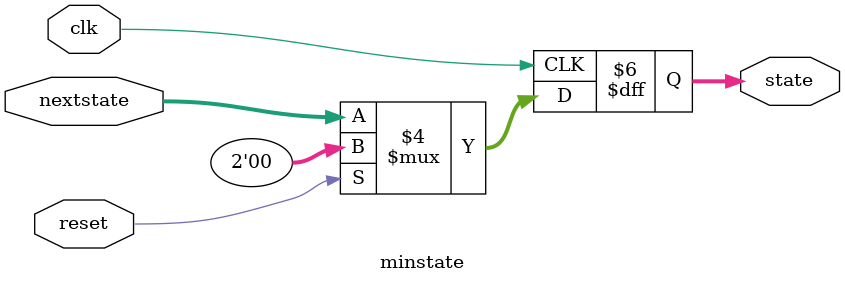
<source format=v>
module minstate(
	input [1:0] nextstate,
	input reset,
	output reg [1:0] state,
	input clk
);
	initial begin
		state = 2'd0;
	end
	
	always @(posedge clk) begin
		if (reset)
			state <= 2'd0;
		else
			state <= nextstate;
	end

endmodule

</source>
